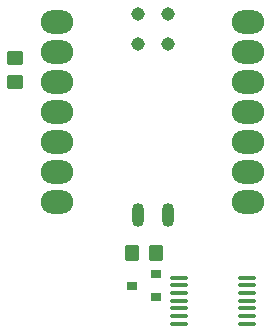
<source format=gbr>
%TF.GenerationSoftware,KiCad,Pcbnew,6.0.11-2627ca5db0~126~ubuntu22.04.1*%
%TF.CreationDate,2023-02-08T16:30:42-05:00*%
%TF.ProjectId,xiao-isp-programmer,7869616f-2d69-4737-902d-70726f677261,2.1*%
%TF.SameCoordinates,Original*%
%TF.FileFunction,Paste,Top*%
%TF.FilePolarity,Positive*%
%FSLAX46Y46*%
G04 Gerber Fmt 4.6, Leading zero omitted, Abs format (unit mm)*
G04 Created by KiCad (PCBNEW 6.0.11-2627ca5db0~126~ubuntu22.04.1) date 2023-02-08 16:30:42*
%MOMM*%
%LPD*%
G01*
G04 APERTURE LIST*
G04 Aperture macros list*
%AMRoundRect*
0 Rectangle with rounded corners*
0 $1 Rounding radius*
0 $2 $3 $4 $5 $6 $7 $8 $9 X,Y pos of 4 corners*
0 Add a 4 corners polygon primitive as box body*
4,1,4,$2,$3,$4,$5,$6,$7,$8,$9,$2,$3,0*
0 Add four circle primitives for the rounded corners*
1,1,$1+$1,$2,$3*
1,1,$1+$1,$4,$5*
1,1,$1+$1,$6,$7*
1,1,$1+$1,$8,$9*
0 Add four rect primitives between the rounded corners*
20,1,$1+$1,$2,$3,$4,$5,0*
20,1,$1+$1,$4,$5,$6,$7,0*
20,1,$1+$1,$6,$7,$8,$9,0*
20,1,$1+$1,$8,$9,$2,$3,0*%
G04 Aperture macros list end*
%ADD10O,2.748280X1.998980*%
%ADD11O,1.016000X2.032000*%
%ADD12C,1.143000*%
%ADD13R,0.900000X0.800000*%
%ADD14RoundRect,0.249999X0.350001X0.450001X-0.350001X0.450001X-0.350001X-0.450001X0.350001X-0.450001X0*%
%ADD15RoundRect,0.100000X0.637500X0.100000X-0.637500X0.100000X-0.637500X-0.100000X0.637500X-0.100000X0*%
%ADD16RoundRect,0.249999X0.450001X-0.350001X0.450001X0.350001X-0.450001X0.350001X-0.450001X-0.350001X0*%
G04 APERTURE END LIST*
D10*
%TO.C,U1*%
X65180681Y-147878801D03*
X65180681Y-150418801D03*
X65180681Y-152958801D03*
X65180681Y-155498801D03*
X65180681Y-158038801D03*
X65180681Y-160578801D03*
X65180681Y-163118801D03*
X49016121Y-163118801D03*
X49016121Y-160578801D03*
X49016121Y-158038801D03*
X49016121Y-155498801D03*
X49016121Y-152958801D03*
X49016121Y-150418801D03*
X49016121Y-147878801D03*
D11*
X55883001Y-164196621D03*
X58433001Y-164196621D03*
D12*
X55881804Y-147192434D03*
X58421804Y-147192434D03*
X55881804Y-149732434D03*
X58421804Y-149732434D03*
%TD*%
D13*
%TO.C,Q1*%
X57404000Y-171130000D03*
X57404000Y-169230000D03*
X55404000Y-170180000D03*
%TD*%
D14*
%TO.C,R2*%
X57404000Y-167386000D03*
X55404000Y-167386000D03*
%TD*%
D15*
%TO.C,U2*%
X65092500Y-173400000D03*
X65092500Y-172750000D03*
X65092500Y-172100000D03*
X65092500Y-171450000D03*
X65092500Y-170800000D03*
X65092500Y-170150000D03*
X65092500Y-169500000D03*
X59367500Y-169500000D03*
X59367500Y-170150000D03*
X59367500Y-170800000D03*
X59367500Y-171450000D03*
X59367500Y-172100000D03*
X59367500Y-172750000D03*
X59367500Y-173400000D03*
%TD*%
D16*
%TO.C,R1*%
X45466000Y-152908000D03*
X45466000Y-150908000D03*
%TD*%
M02*

</source>
